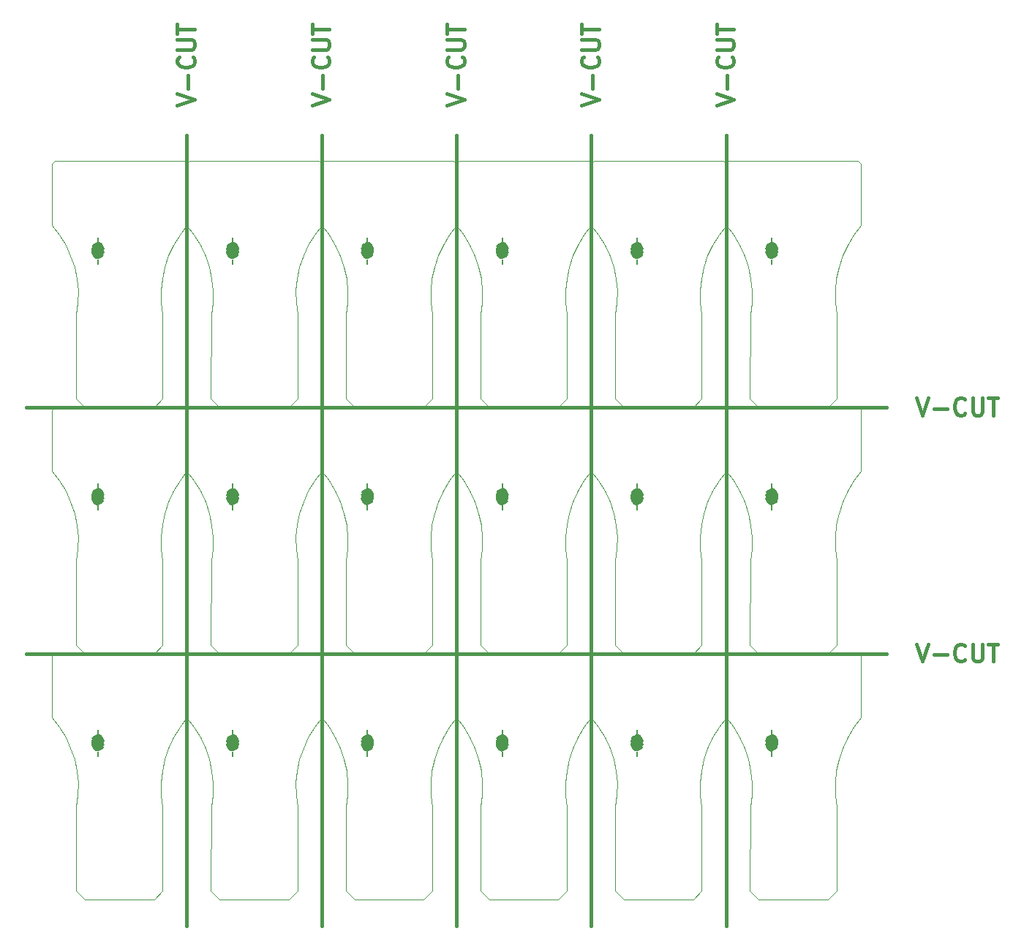
<source format=gbr>
%TF.GenerationSoftware,KiCad,Pcbnew,5.1.6-c6e7f7d~86~ubuntu18.04.1*%
%TF.CreationDate,2020-06-11T11:49:16+02:00*%
%TF.ProjectId,AVR_ISP_With_POGO_Pin_panelized,4156525f-4953-4505-9f57-6974685f504f,rev?*%
%TF.SameCoordinates,Original*%
%TF.FileFunction,Other,Comment*%
%FSLAX46Y46*%
G04 Gerber Fmt 4.6, Leading zero omitted, Abs format (unit mm)*
G04 Created by KiCad (PCBNEW 5.1.6-c6e7f7d~86~ubuntu18.04.1) date 2020-06-11 11:49:16*
%MOMM*%
%LPD*%
G01*
G04 APERTURE LIST*
%ADD10C,0.400000*%
%TA.AperFunction,Profile*%
%ADD11C,0.100000*%
%TD*%
%ADD12C,0.152400*%
%ADD13C,1.270000*%
G04 APERTURE END LIST*
D10*
X126914761Y-43548523D02*
X128914761Y-42881857D01*
X126914761Y-42215190D01*
X128152857Y-41548523D02*
X128152857Y-40024714D01*
X128724285Y-37929476D02*
X128819523Y-38024714D01*
X128914761Y-38310428D01*
X128914761Y-38500904D01*
X128819523Y-38786619D01*
X128629047Y-38977095D01*
X128438571Y-39072333D01*
X128057619Y-39167571D01*
X127771904Y-39167571D01*
X127390952Y-39072333D01*
X127200476Y-38977095D01*
X127010000Y-38786619D01*
X126914761Y-38500904D01*
X126914761Y-38310428D01*
X127010000Y-38024714D01*
X127105238Y-37929476D01*
X126914761Y-37072333D02*
X128533809Y-37072333D01*
X128724285Y-36977095D01*
X128819523Y-36881857D01*
X128914761Y-36691380D01*
X128914761Y-36310428D01*
X128819523Y-36119952D01*
X128724285Y-36024714D01*
X128533809Y-35929476D01*
X126914761Y-35929476D01*
X126914761Y-35262809D02*
X126914761Y-34119952D01*
X128914761Y-34691380D02*
X126914761Y-34691380D01*
X128010000Y-46999000D02*
X128010000Y-138501000D01*
X80114761Y-43548523D02*
X82114761Y-42881857D01*
X80114761Y-42215190D01*
X81352857Y-41548523D02*
X81352857Y-40024714D01*
X81924285Y-37929476D02*
X82019523Y-38024714D01*
X82114761Y-38310428D01*
X82114761Y-38500904D01*
X82019523Y-38786619D01*
X81829047Y-38977095D01*
X81638571Y-39072333D01*
X81257619Y-39167571D01*
X80971904Y-39167571D01*
X80590952Y-39072333D01*
X80400476Y-38977095D01*
X80210000Y-38786619D01*
X80114761Y-38500904D01*
X80114761Y-38310428D01*
X80210000Y-38024714D01*
X80305238Y-37929476D01*
X80114761Y-37072333D02*
X81733809Y-37072333D01*
X81924285Y-36977095D01*
X82019523Y-36881857D01*
X82114761Y-36691380D01*
X82114761Y-36310428D01*
X82019523Y-36119952D01*
X81924285Y-36024714D01*
X81733809Y-35929476D01*
X80114761Y-35929476D01*
X80114761Y-35262809D02*
X80114761Y-34119952D01*
X82114761Y-34691380D02*
X80114761Y-34691380D01*
X81210000Y-46999000D02*
X81210000Y-138501000D01*
X111314761Y-43548523D02*
X113314761Y-42881857D01*
X111314761Y-42215190D01*
X112552857Y-41548523D02*
X112552857Y-40024714D01*
X113124285Y-37929476D02*
X113219523Y-38024714D01*
X113314761Y-38310428D01*
X113314761Y-38500904D01*
X113219523Y-38786619D01*
X113029047Y-38977095D01*
X112838571Y-39072333D01*
X112457619Y-39167571D01*
X112171904Y-39167571D01*
X111790952Y-39072333D01*
X111600476Y-38977095D01*
X111410000Y-38786619D01*
X111314761Y-38500904D01*
X111314761Y-38310428D01*
X111410000Y-38024714D01*
X111505238Y-37929476D01*
X111314761Y-37072333D02*
X112933809Y-37072333D01*
X113124285Y-36977095D01*
X113219523Y-36881857D01*
X113314761Y-36691380D01*
X113314761Y-36310428D01*
X113219523Y-36119952D01*
X113124285Y-36024714D01*
X112933809Y-35929476D01*
X111314761Y-35929476D01*
X111314761Y-35262809D02*
X111314761Y-34119952D01*
X113314761Y-34691380D02*
X111314761Y-34691380D01*
X112410000Y-46999000D02*
X112410000Y-138501000D01*
X95714761Y-43548523D02*
X97714761Y-42881857D01*
X95714761Y-42215190D01*
X96952857Y-41548523D02*
X96952857Y-40024714D01*
X97524285Y-37929476D02*
X97619523Y-38024714D01*
X97714761Y-38310428D01*
X97714761Y-38500904D01*
X97619523Y-38786619D01*
X97429047Y-38977095D01*
X97238571Y-39072333D01*
X96857619Y-39167571D01*
X96571904Y-39167571D01*
X96190952Y-39072333D01*
X96000476Y-38977095D01*
X95810000Y-38786619D01*
X95714761Y-38500904D01*
X95714761Y-38310428D01*
X95810000Y-38024714D01*
X95905238Y-37929476D01*
X95714761Y-37072333D02*
X97333809Y-37072333D01*
X97524285Y-36977095D01*
X97619523Y-36881857D01*
X97714761Y-36691380D01*
X97714761Y-36310428D01*
X97619523Y-36119952D01*
X97524285Y-36024714D01*
X97333809Y-35929476D01*
X95714761Y-35929476D01*
X95714761Y-35262809D02*
X95714761Y-34119952D01*
X97714761Y-34691380D02*
X95714761Y-34691380D01*
X96810000Y-46999000D02*
X96810000Y-138501000D01*
X64504761Y-43548523D02*
X66504761Y-42881857D01*
X64504761Y-42215190D01*
X65742857Y-41548523D02*
X65742857Y-40024714D01*
X66314285Y-37929476D02*
X66409523Y-38024714D01*
X66504761Y-38310428D01*
X66504761Y-38500904D01*
X66409523Y-38786619D01*
X66219047Y-38977095D01*
X66028571Y-39072333D01*
X65647619Y-39167571D01*
X65361904Y-39167571D01*
X64980952Y-39072333D01*
X64790476Y-38977095D01*
X64600000Y-38786619D01*
X64504761Y-38500904D01*
X64504761Y-38310428D01*
X64600000Y-38024714D01*
X64695238Y-37929476D01*
X64504761Y-37072333D02*
X66123809Y-37072333D01*
X66314285Y-36977095D01*
X66409523Y-36881857D01*
X66504761Y-36691380D01*
X66504761Y-36310428D01*
X66409523Y-36119952D01*
X66314285Y-36024714D01*
X66123809Y-35929476D01*
X64504761Y-35929476D01*
X64504761Y-35262809D02*
X64504761Y-34119952D01*
X66504761Y-34691380D02*
X64504761Y-34691380D01*
X65600000Y-46999000D02*
X65600000Y-138501000D01*
X150068110Y-105904761D02*
X150734776Y-107904761D01*
X151401443Y-105904761D01*
X152068110Y-107142857D02*
X153591919Y-107142857D01*
X155687157Y-107714285D02*
X155591919Y-107809523D01*
X155306205Y-107904761D01*
X155115729Y-107904761D01*
X154830014Y-107809523D01*
X154639538Y-107619047D01*
X154544300Y-107428571D01*
X154449062Y-107047619D01*
X154449062Y-106761904D01*
X154544300Y-106380952D01*
X154639538Y-106190476D01*
X154830014Y-106000000D01*
X155115729Y-105904761D01*
X155306205Y-105904761D01*
X155591919Y-106000000D01*
X155687157Y-106095238D01*
X156544300Y-105904761D02*
X156544300Y-107523809D01*
X156639538Y-107714285D01*
X156734776Y-107809523D01*
X156925253Y-107904761D01*
X157306205Y-107904761D01*
X157496681Y-107809523D01*
X157591919Y-107714285D01*
X157687157Y-107523809D01*
X157687157Y-105904761D01*
X158353824Y-105904761D02*
X159496681Y-105904761D01*
X158925253Y-107904761D02*
X158925253Y-105904761D01*
X46999000Y-107000000D02*
X146617634Y-107000000D01*
X150068110Y-77404761D02*
X150734776Y-79404761D01*
X151401443Y-77404761D01*
X152068110Y-78642857D02*
X153591919Y-78642857D01*
X155687157Y-79214285D02*
X155591919Y-79309523D01*
X155306205Y-79404761D01*
X155115729Y-79404761D01*
X154830014Y-79309523D01*
X154639538Y-79119047D01*
X154544300Y-78928571D01*
X154449062Y-78547619D01*
X154449062Y-78261904D01*
X154544300Y-77880952D01*
X154639538Y-77690476D01*
X154830014Y-77500000D01*
X155115729Y-77404761D01*
X155306205Y-77404761D01*
X155591919Y-77500000D01*
X155687157Y-77595238D01*
X156544300Y-77404761D02*
X156544300Y-79023809D01*
X156639538Y-79214285D01*
X156734776Y-79309523D01*
X156925253Y-79404761D01*
X157306205Y-79404761D01*
X157496681Y-79309523D01*
X157591919Y-79214285D01*
X157687157Y-79023809D01*
X157687157Y-77404761D01*
X158353824Y-77404761D02*
X159496681Y-77404761D01*
X158925253Y-79404761D02*
X158925253Y-77404761D01*
X46999000Y-78500000D02*
X146617634Y-78500000D01*
D11*
X65601000Y-78789900D02*
X65601800Y-80846800D01*
X65300500Y-78499200D02*
X65601000Y-78789900D01*
X61802400Y-78499000D02*
X65300500Y-78499200D01*
X62801000Y-77500100D02*
X61802400Y-78499000D01*
X62801000Y-67700000D02*
X62801000Y-77500100D01*
X62632800Y-66331600D02*
X62801000Y-67700000D01*
X62617000Y-64953100D02*
X62632800Y-66331600D01*
X62753800Y-63581400D02*
X62617000Y-64953100D01*
X63041500Y-62233100D02*
X62753800Y-63581400D01*
X63476400Y-60925000D02*
X63041500Y-62233100D01*
X64053500Y-59673000D02*
X63476400Y-60925000D01*
X64765400Y-58492600D02*
X64053500Y-59673000D01*
X65601800Y-57400300D02*
X64765400Y-58492600D01*
X66446300Y-58498900D02*
X65601800Y-57400300D01*
X67162800Y-59684300D02*
X66446300Y-58498900D01*
X67742800Y-60942300D02*
X67162800Y-59684300D01*
X68178900Y-62257000D02*
X67742800Y-60942300D01*
X68465800Y-63612200D02*
X68178900Y-62257000D01*
X68599800Y-64990900D02*
X68465800Y-63612200D01*
X68579300Y-66376000D02*
X68599800Y-64990900D01*
X68404500Y-67750300D02*
X68579300Y-66376000D01*
X68381800Y-77480100D02*
X68404500Y-67750300D01*
X69400400Y-78499000D02*
X68381800Y-77480100D01*
X65902200Y-78499200D02*
X69400400Y-78499000D01*
X65601800Y-78799900D02*
X65902200Y-78499200D01*
X65601800Y-80846800D02*
X65601800Y-78799900D01*
X81203800Y-78789900D02*
X81204500Y-80606800D01*
X80903300Y-78499100D02*
X81203800Y-78789900D01*
X77405200Y-78499000D02*
X80903300Y-78499100D01*
X78403800Y-77500100D02*
X77405200Y-78499000D01*
X78403800Y-67700000D02*
X78403800Y-77500100D01*
X78235600Y-66331600D02*
X78403800Y-67700000D01*
X78219800Y-64953100D02*
X78235600Y-66331600D01*
X78356600Y-63581400D02*
X78219800Y-64953100D01*
X78644200Y-62233100D02*
X78356600Y-63581400D01*
X79079200Y-60925000D02*
X78644200Y-62233100D01*
X79656200Y-59673000D02*
X79079200Y-60925000D01*
X80368200Y-58492600D02*
X79656200Y-59673000D01*
X81204600Y-57400300D02*
X80368200Y-58492600D01*
X82049000Y-58498900D02*
X81204600Y-57400300D01*
X82765600Y-59684300D02*
X82049000Y-58498900D01*
X83345600Y-60942300D02*
X82765600Y-59684300D01*
X83781700Y-62257000D02*
X83345600Y-60942300D01*
X84068600Y-63612200D02*
X83781700Y-62257000D01*
X84202600Y-64990900D02*
X84068600Y-63612200D01*
X84182100Y-66376000D02*
X84202600Y-64990900D01*
X84007300Y-67750300D02*
X84182100Y-66376000D01*
X83984500Y-77480100D02*
X84007300Y-67750300D01*
X85003100Y-78499000D02*
X83984500Y-77480100D01*
X81505000Y-78499100D02*
X85003100Y-78499000D01*
X81204500Y-78799900D02*
X81505000Y-78499100D01*
X81204500Y-80606800D02*
X81204500Y-78799900D01*
X96806500Y-78789900D02*
X96807300Y-80811700D01*
X96506000Y-78499200D02*
X96806500Y-78789900D01*
X93007900Y-78499000D02*
X96506000Y-78499200D01*
X94006500Y-77500100D02*
X93007900Y-78499000D01*
X94006500Y-67700000D02*
X94006500Y-77500100D01*
X93838400Y-66331600D02*
X94006500Y-67700000D01*
X93822600Y-64953100D02*
X93838400Y-66331600D01*
X93959400Y-63581400D02*
X93822600Y-64953100D01*
X94247000Y-62233100D02*
X93959400Y-63581400D01*
X94682000Y-60925000D02*
X94247000Y-62233100D01*
X95259000Y-59673000D02*
X94682000Y-60925000D01*
X95970900Y-58492600D02*
X95259000Y-59673000D01*
X96807300Y-57400300D02*
X95970900Y-58492600D01*
X97651800Y-58498900D02*
X96807300Y-57400300D01*
X98368400Y-59684300D02*
X97651800Y-58498900D01*
X98948300Y-60942300D02*
X98368400Y-59684300D01*
X99384500Y-62257000D02*
X98948300Y-60942300D01*
X99671300Y-63612200D02*
X99384500Y-62257000D01*
X99805300Y-64990900D02*
X99671300Y-63612200D01*
X99784800Y-66376000D02*
X99805300Y-64990900D01*
X99610000Y-67750300D02*
X99784800Y-66376000D01*
X99587300Y-77480100D02*
X99610000Y-67750300D01*
X100605900Y-78499000D02*
X99587300Y-77480100D01*
X97107700Y-78499200D02*
X100605900Y-78499000D01*
X96807300Y-78799900D02*
X97107700Y-78499200D01*
X96807300Y-80811700D02*
X96807300Y-78799900D01*
X112409300Y-78789900D02*
X112410100Y-80830600D01*
X112108800Y-78499200D02*
X112409300Y-78789900D01*
X108610700Y-78499000D02*
X112108800Y-78499200D01*
X109609300Y-77500100D02*
X108610700Y-78499000D01*
X109609300Y-67700000D02*
X109609300Y-77500100D01*
X109441200Y-66331600D02*
X109609300Y-67700000D01*
X109425400Y-64953100D02*
X109441200Y-66331600D01*
X109562100Y-63581400D02*
X109425400Y-64953100D01*
X109849800Y-62233100D02*
X109562100Y-63581400D01*
X110284800Y-60925000D02*
X109849800Y-62233100D01*
X110861800Y-59673000D02*
X110284800Y-60925000D01*
X111573700Y-58492600D02*
X110861800Y-59673000D01*
X112410100Y-57400300D02*
X111573700Y-58492600D01*
X113254600Y-58498900D02*
X112410100Y-57400300D01*
X113971200Y-59684300D02*
X113254600Y-58498900D01*
X114551100Y-60942300D02*
X113971200Y-59684300D01*
X114987300Y-62257000D02*
X114551100Y-60942300D01*
X115274100Y-63612200D02*
X114987300Y-62257000D01*
X115408100Y-64990900D02*
X115274100Y-63612200D01*
X115387600Y-66376000D02*
X115408100Y-64990900D01*
X115212800Y-67750300D02*
X115387600Y-66376000D01*
X115190100Y-77480100D02*
X115212800Y-67750300D01*
X116208700Y-78499000D02*
X115190100Y-77480100D01*
X112710500Y-78499200D02*
X116208700Y-78499000D01*
X112410100Y-78799900D02*
X112710500Y-78499200D01*
X112410100Y-80830600D02*
X112410100Y-78799900D01*
X128012100Y-78789900D02*
X128012900Y-80849800D01*
X127711600Y-78499200D02*
X128012100Y-78789900D01*
X124213500Y-78499000D02*
X127711600Y-78499200D01*
X125212100Y-77500100D02*
X124213500Y-78499000D01*
X125212100Y-67700000D02*
X125212100Y-77500100D01*
X125043900Y-66331600D02*
X125212100Y-67700000D01*
X125028100Y-64953100D02*
X125043900Y-66331600D01*
X125164900Y-63581400D02*
X125028100Y-64953100D01*
X125452500Y-62233100D02*
X125164900Y-63581400D01*
X125887500Y-60925000D02*
X125452500Y-62233100D01*
X126464500Y-59673000D02*
X125887500Y-60925000D01*
X127176500Y-58492600D02*
X126464500Y-59673000D01*
X128012900Y-57400300D02*
X127176500Y-58492600D01*
X128857400Y-58498900D02*
X128012900Y-57400300D01*
X129573900Y-59684300D02*
X128857400Y-58498900D01*
X130153900Y-60942300D02*
X129573900Y-59684300D01*
X130590000Y-62257000D02*
X130153900Y-60942300D01*
X130876900Y-63612200D02*
X130590000Y-62257000D01*
X131010900Y-64990900D02*
X130876900Y-63612200D01*
X130990400Y-66376000D02*
X131010900Y-64990900D01*
X130815600Y-67750300D02*
X130990400Y-66376000D01*
X130792900Y-77480100D02*
X130815600Y-67750300D01*
X131811500Y-78499000D02*
X130792900Y-77480100D01*
X128313300Y-78499200D02*
X131811500Y-78499000D01*
X128012900Y-78799900D02*
X128313300Y-78499200D01*
X128012900Y-80849800D02*
X128012900Y-78799900D01*
X65601000Y-107289900D02*
X65601800Y-109346900D01*
X65300500Y-106999200D02*
X65601000Y-107289900D01*
X61802400Y-106999000D02*
X65300500Y-106999200D01*
X62801000Y-106000100D02*
X61802400Y-106999000D01*
X62801000Y-96200000D02*
X62801000Y-106000100D01*
X62632800Y-94831600D02*
X62801000Y-96200000D01*
X62617000Y-93453100D02*
X62632800Y-94831600D01*
X62753800Y-92081400D02*
X62617000Y-93453100D01*
X63041500Y-90733200D02*
X62753800Y-92081400D01*
X63476400Y-89425000D02*
X63041500Y-90733200D01*
X64053500Y-88173100D02*
X63476400Y-89425000D01*
X64765400Y-86992600D02*
X64053500Y-88173100D01*
X65601800Y-85900300D02*
X64765400Y-86992600D01*
X66446300Y-86998900D02*
X65601800Y-85900300D01*
X67162800Y-88184300D02*
X66446300Y-86998900D01*
X67742800Y-89442300D02*
X67162800Y-88184300D01*
X68178900Y-90757000D02*
X67742800Y-89442300D01*
X68465800Y-92112200D02*
X68178900Y-90757000D01*
X68599800Y-93490900D02*
X68465800Y-92112200D01*
X68579300Y-94876000D02*
X68599800Y-93490900D01*
X68404500Y-96250300D02*
X68579300Y-94876000D01*
X68381800Y-105980100D02*
X68404500Y-96250300D01*
X69400400Y-106999000D02*
X68381800Y-105980100D01*
X65902200Y-106999200D02*
X69400400Y-106999000D01*
X65601800Y-107299900D02*
X65902200Y-106999200D01*
X65601800Y-109346900D02*
X65601800Y-107299900D01*
X81203800Y-107289900D02*
X81204500Y-109106800D01*
X80903300Y-106999100D02*
X81203800Y-107289900D01*
X77405200Y-106999000D02*
X80903300Y-106999100D01*
X78403800Y-106000100D02*
X77405200Y-106999000D01*
X78403800Y-96200000D02*
X78403800Y-106000100D01*
X78235600Y-94831600D02*
X78403800Y-96200000D01*
X78219800Y-93453100D02*
X78235600Y-94831600D01*
X78356600Y-92081400D02*
X78219800Y-93453100D01*
X78644200Y-90733200D02*
X78356600Y-92081400D01*
X79079200Y-89425000D02*
X78644200Y-90733200D01*
X79656200Y-88173100D02*
X79079200Y-89425000D01*
X80368200Y-86992600D02*
X79656200Y-88173100D01*
X81204600Y-85900300D02*
X80368200Y-86992600D01*
X82049000Y-86998900D02*
X81204600Y-85900300D01*
X82765600Y-88184300D02*
X82049000Y-86998900D01*
X83345600Y-89442300D02*
X82765600Y-88184300D01*
X83781700Y-90757000D02*
X83345600Y-89442300D01*
X84068600Y-92112200D02*
X83781700Y-90757000D01*
X84202600Y-93490900D02*
X84068600Y-92112200D01*
X84182100Y-94876000D02*
X84202600Y-93490900D01*
X84007300Y-96250300D02*
X84182100Y-94876000D01*
X83984500Y-105980100D02*
X84007300Y-96250300D01*
X85003100Y-106999000D02*
X83984500Y-105980100D01*
X81505000Y-106999100D02*
X85003100Y-106999000D01*
X81204500Y-107299900D02*
X81505000Y-106999100D01*
X81204500Y-109106800D02*
X81204500Y-107299900D01*
X96806500Y-107289900D02*
X96807300Y-109311700D01*
X96506000Y-106999200D02*
X96806500Y-107289900D01*
X93007900Y-106999000D02*
X96506000Y-106999200D01*
X94006500Y-106000100D02*
X93007900Y-106999000D01*
X94006500Y-96200000D02*
X94006500Y-106000100D01*
X93838400Y-94831600D02*
X94006500Y-96200000D01*
X93822600Y-93453100D02*
X93838400Y-94831600D01*
X93959400Y-92081400D02*
X93822600Y-93453100D01*
X94247000Y-90733200D02*
X93959400Y-92081400D01*
X94682000Y-89425000D02*
X94247000Y-90733200D01*
X95259000Y-88173100D02*
X94682000Y-89425000D01*
X95970900Y-86992600D02*
X95259000Y-88173100D01*
X96807400Y-85900300D02*
X95970900Y-86992600D01*
X97651800Y-86998900D02*
X96807400Y-85900300D01*
X98368400Y-88184300D02*
X97651800Y-86998900D01*
X98948300Y-89442300D02*
X98368400Y-88184300D01*
X99384500Y-90757000D02*
X98948300Y-89442300D01*
X99671300Y-92112200D02*
X99384500Y-90757000D01*
X99805300Y-93490900D02*
X99671300Y-92112200D01*
X99784800Y-94876000D02*
X99805300Y-93490900D01*
X99610000Y-96250300D02*
X99784800Y-94876000D01*
X99587300Y-105980100D02*
X99610000Y-96250300D01*
X100605900Y-106999000D02*
X99587300Y-105980100D01*
X97107700Y-106999200D02*
X100605900Y-106999000D01*
X96807300Y-107299900D02*
X97107700Y-106999200D01*
X96807300Y-109311700D02*
X96807300Y-107299900D01*
X112409300Y-107289900D02*
X112410100Y-109330600D01*
X112108800Y-106999200D02*
X112409300Y-107289900D01*
X108610700Y-106999000D02*
X112108800Y-106999200D01*
X109609300Y-106000100D02*
X108610700Y-106999000D01*
X109609300Y-96200000D02*
X109609300Y-106000100D01*
X109441200Y-94831600D02*
X109609300Y-96200000D01*
X109425400Y-93453100D02*
X109441200Y-94831600D01*
X109562100Y-92081400D02*
X109425400Y-93453100D01*
X109849800Y-90733200D02*
X109562100Y-92081400D01*
X110284800Y-89425000D02*
X109849800Y-90733200D01*
X110861800Y-88173100D02*
X110284800Y-89425000D01*
X111573700Y-86992600D02*
X110861800Y-88173100D01*
X112410100Y-85900300D02*
X111573700Y-86992600D01*
X113254600Y-86998900D02*
X112410100Y-85900300D01*
X113971200Y-88184300D02*
X113254600Y-86998900D01*
X114551100Y-89442300D02*
X113971200Y-88184300D01*
X114987300Y-90757000D02*
X114551100Y-89442300D01*
X115274100Y-92112200D02*
X114987300Y-90757000D01*
X115408100Y-93490900D02*
X115274100Y-92112200D01*
X115387600Y-94876000D02*
X115408100Y-93490900D01*
X115212800Y-96250300D02*
X115387600Y-94876000D01*
X115190100Y-105980100D02*
X115212800Y-96250300D01*
X116208700Y-106999000D02*
X115190100Y-105980100D01*
X112710500Y-106999200D02*
X116208700Y-106999000D01*
X112410100Y-107299900D02*
X112710500Y-106999200D01*
X112410100Y-109330600D02*
X112410100Y-107299900D01*
X128012100Y-107289900D02*
X128012900Y-109349800D01*
X127711600Y-106999200D02*
X128012100Y-107289900D01*
X124213500Y-106999000D02*
X127711600Y-106999200D01*
X125212100Y-106000100D02*
X124213500Y-106999000D01*
X125212100Y-96200000D02*
X125212100Y-106000100D01*
X125043900Y-94831600D02*
X125212100Y-96200000D01*
X125028100Y-93453100D02*
X125043900Y-94831600D01*
X125164900Y-92081400D02*
X125028100Y-93453100D01*
X125452500Y-90733200D02*
X125164900Y-92081400D01*
X125887500Y-89425000D02*
X125452500Y-90733200D01*
X126464500Y-88173100D02*
X125887500Y-89425000D01*
X127176500Y-86992600D02*
X126464500Y-88173100D01*
X128012900Y-85900300D02*
X127176500Y-86992600D01*
X128857400Y-86998900D02*
X128012900Y-85900300D01*
X129573900Y-88184300D02*
X128857400Y-86998900D01*
X130153900Y-89442300D02*
X129573900Y-88184300D01*
X130590000Y-90757000D02*
X130153900Y-89442300D01*
X130876900Y-92112200D02*
X130590000Y-90757000D01*
X131010900Y-93490900D02*
X130876900Y-92112200D01*
X130990400Y-94876000D02*
X131010900Y-93490900D01*
X130815600Y-96250300D02*
X130990400Y-94876000D01*
X130792900Y-105980100D02*
X130815600Y-96250300D01*
X131811500Y-106999000D02*
X130792900Y-105980100D01*
X128313300Y-106999200D02*
X131811500Y-106999000D01*
X128012900Y-107299900D02*
X128313300Y-106999200D01*
X128012900Y-109349800D02*
X128012900Y-107299900D01*
X140814900Y-106000100D02*
X139816300Y-106999000D01*
X140814900Y-96200000D02*
X140814900Y-106000100D01*
X140646700Y-94831600D02*
X140814900Y-96200000D01*
X140630900Y-93453100D02*
X140646700Y-94831600D01*
X140767700Y-92081400D02*
X140630900Y-93453100D01*
X141055300Y-90733200D02*
X140767700Y-92081400D01*
X141490300Y-89425000D02*
X141055300Y-90733200D01*
X142067300Y-88173100D02*
X141490300Y-89425000D01*
X142779300Y-86992600D02*
X142067300Y-88173100D01*
X143617600Y-85897500D02*
X142779300Y-86992600D01*
X143614800Y-78789500D02*
X143617600Y-85897500D01*
X143314000Y-78499000D02*
X143614800Y-78789500D01*
X139816300Y-78499000D02*
X143314000Y-78499000D01*
X140814900Y-77500100D02*
X139816300Y-78499000D01*
X140814900Y-67700000D02*
X140814900Y-77500100D01*
X140646700Y-66331600D02*
X140814900Y-67700000D01*
X140630900Y-64953100D02*
X140646700Y-66331600D01*
X140767700Y-63581400D02*
X140630900Y-64953100D01*
X141055300Y-62233100D02*
X140767700Y-63581400D01*
X141490300Y-60925000D02*
X141055300Y-62233100D01*
X142067300Y-59673000D02*
X141490300Y-60925000D01*
X142779300Y-58492600D02*
X142067300Y-59673000D01*
X143617600Y-57397500D02*
X142779300Y-58492600D01*
X143614900Y-50290000D02*
X143617600Y-57397500D01*
X143314400Y-49999200D02*
X143614900Y-50290000D01*
X128313700Y-49999000D02*
X143314400Y-49999200D01*
X128012900Y-50299900D02*
X128313700Y-49999000D01*
X128012900Y-52349800D02*
X128012900Y-50299900D01*
X128012100Y-50289900D02*
X128012900Y-52349800D01*
X127711100Y-49999000D02*
X128012100Y-50289900D01*
X112710900Y-49999000D02*
X127711100Y-49999000D01*
X112410100Y-50299900D02*
X112710900Y-49999000D01*
X112410100Y-52330600D02*
X112410100Y-50299900D01*
X112409300Y-50289900D02*
X112410100Y-52330600D01*
X112108300Y-49999000D02*
X112409300Y-50289900D01*
X97108100Y-49999000D02*
X112108300Y-49999000D01*
X96807300Y-50299900D02*
X97108100Y-49999000D01*
X96807300Y-52311700D02*
X96807300Y-50299900D01*
X96806500Y-50289900D02*
X96807300Y-52311700D01*
X96505500Y-49999000D02*
X96806500Y-50289900D01*
X81505400Y-49999000D02*
X96505500Y-49999000D01*
X81204500Y-50299900D02*
X81505400Y-49999000D01*
X81204500Y-52106800D02*
X81204500Y-50299900D01*
X81203800Y-50289900D02*
X81204500Y-52106800D01*
X80902900Y-49999000D02*
X81203800Y-50289900D01*
X65902700Y-49999000D02*
X80902900Y-49999000D01*
X65601800Y-50299900D02*
X65902700Y-49999000D01*
X65601800Y-52346800D02*
X65601800Y-50299900D01*
X65601000Y-50289900D02*
X65601800Y-52346800D01*
X65300100Y-49999000D02*
X65601000Y-50289900D01*
X50300000Y-49999000D02*
X65300100Y-49999000D01*
X49999200Y-50299400D02*
X50300000Y-49999000D01*
X49999000Y-57400200D02*
X49999200Y-50299400D01*
X50843500Y-58498900D02*
X49999000Y-57400200D01*
X51560100Y-59684300D02*
X50843500Y-58498900D01*
X52140000Y-60942300D02*
X51560100Y-59684300D01*
X52576200Y-62257000D02*
X52140000Y-60942300D01*
X52863000Y-63612200D02*
X52576200Y-62257000D01*
X52997000Y-64990900D02*
X52863000Y-63612200D01*
X52976500Y-66376000D02*
X52997000Y-64990900D01*
X52801700Y-67750300D02*
X52976500Y-66376000D01*
X52779000Y-77480100D02*
X52801700Y-67750300D01*
X53797600Y-78499000D02*
X52779000Y-77480100D01*
X50299900Y-78499000D02*
X53797600Y-78499000D01*
X49999100Y-78799500D02*
X50299900Y-78499000D01*
X49999000Y-85900100D02*
X49999100Y-78799500D01*
X50843500Y-86998900D02*
X49999000Y-85900100D01*
X51560100Y-88184300D02*
X50843500Y-86998900D01*
X52140000Y-89442300D02*
X51560100Y-88184300D01*
X52576200Y-90757000D02*
X52140000Y-89442300D01*
X52863000Y-92112200D02*
X52576200Y-90757000D01*
X52997000Y-93490900D02*
X52863000Y-92112200D01*
X52976500Y-94876000D02*
X52997000Y-93490900D01*
X52801700Y-96250300D02*
X52976500Y-94876000D01*
X52779000Y-105980100D02*
X52801700Y-96250300D01*
X53797600Y-106999000D02*
X52779000Y-105980100D01*
X50299900Y-106999000D02*
X53797600Y-106999000D01*
X49999100Y-107299500D02*
X50299900Y-106999000D01*
X49999000Y-114400000D02*
X49999100Y-107299500D01*
X50843500Y-115498900D02*
X49999000Y-114400000D01*
X51560100Y-116684300D02*
X50843500Y-115498900D01*
X52140000Y-117942300D02*
X51560100Y-116684300D01*
X52576200Y-119257100D02*
X52140000Y-117942300D01*
X52863000Y-120612200D02*
X52576200Y-119257100D01*
X52997000Y-121990900D02*
X52863000Y-120612200D01*
X52976500Y-123376000D02*
X52997000Y-121990900D01*
X52801700Y-124750300D02*
X52976500Y-123376000D01*
X52779000Y-134480100D02*
X52801700Y-124750300D01*
X53799400Y-135500800D02*
X52779000Y-134480100D01*
X61800100Y-135501000D02*
X53799400Y-135500800D01*
X62800900Y-134500500D02*
X61800100Y-135501000D01*
X62801000Y-124700000D02*
X62800900Y-134500500D01*
X62632800Y-123331600D02*
X62801000Y-124700000D01*
X62617000Y-121953100D02*
X62632800Y-123331600D01*
X62753800Y-120581400D02*
X62617000Y-121953100D01*
X63041500Y-119233200D02*
X62753800Y-120581400D01*
X63476400Y-117925000D02*
X63041500Y-119233200D01*
X64053500Y-116673100D02*
X63476400Y-117925000D01*
X64765400Y-115492600D02*
X64053500Y-116673100D01*
X65601800Y-114400300D02*
X64765400Y-115492600D01*
X66446300Y-115498900D02*
X65601800Y-114400300D01*
X67162800Y-116684300D02*
X66446300Y-115498900D01*
X67742800Y-117942300D02*
X67162800Y-116684300D01*
X68178900Y-119257100D02*
X67742800Y-117942300D01*
X68465800Y-120612200D02*
X68178900Y-119257100D01*
X68599800Y-121990900D02*
X68465800Y-120612200D01*
X68579300Y-123376000D02*
X68599800Y-121990900D01*
X68404500Y-124750300D02*
X68579300Y-123376000D01*
X68381800Y-134480100D02*
X68404500Y-124750300D01*
X69402200Y-135500800D02*
X68381800Y-134480100D01*
X77402900Y-135501000D02*
X69402200Y-135500800D01*
X78403700Y-134500500D02*
X77402900Y-135501000D01*
X78403800Y-124700000D02*
X78403700Y-134500500D01*
X78235600Y-123331600D02*
X78403800Y-124700000D01*
X78219800Y-121953100D02*
X78235600Y-123331600D01*
X78356600Y-120581400D02*
X78219800Y-121953100D01*
X78644200Y-119233200D02*
X78356600Y-120581400D01*
X79079200Y-117925000D02*
X78644200Y-119233200D01*
X79656200Y-116673100D02*
X79079200Y-117925000D01*
X80368200Y-115492600D02*
X79656200Y-116673100D01*
X81204600Y-114400300D02*
X80368200Y-115492600D01*
X82049000Y-115498900D02*
X81204600Y-114400300D01*
X82765600Y-116684300D02*
X82049000Y-115498900D01*
X83345600Y-117942300D02*
X82765600Y-116684300D01*
X83781700Y-119257100D02*
X83345600Y-117942300D01*
X84068600Y-120612200D02*
X83781700Y-119257100D01*
X84202600Y-121990900D02*
X84068600Y-120612200D01*
X84182100Y-123376000D02*
X84202600Y-121990900D01*
X84007300Y-124750300D02*
X84182100Y-123376000D01*
X83984600Y-134480500D02*
X84007300Y-124750300D01*
X85005400Y-135501000D02*
X83984600Y-134480500D01*
X93006000Y-135500900D02*
X85005400Y-135501000D01*
X94006500Y-134500100D02*
X93006000Y-135500900D01*
X94006500Y-124700000D02*
X94006500Y-134500100D01*
X93838400Y-123331600D02*
X94006500Y-124700000D01*
X93822600Y-121953100D02*
X93838400Y-123331600D01*
X93959400Y-120581400D02*
X93822600Y-121953100D01*
X94247000Y-119233200D02*
X93959400Y-120581400D01*
X94682000Y-117925000D02*
X94247000Y-119233200D01*
X95259000Y-116673100D02*
X94682000Y-117925000D01*
X95970900Y-115492600D02*
X95259000Y-116673100D01*
X96807400Y-114400300D02*
X95970900Y-115492600D01*
X97651800Y-115498900D02*
X96807400Y-114400300D01*
X98368400Y-116684300D02*
X97651800Y-115498900D01*
X98948300Y-117942300D02*
X98368400Y-116684300D01*
X99384500Y-119257100D02*
X98948300Y-117942300D01*
X99671300Y-120612200D02*
X99384500Y-119257100D01*
X99805300Y-121990900D02*
X99671300Y-120612200D01*
X99784800Y-123376000D02*
X99805300Y-121990900D01*
X99610000Y-124750300D02*
X99784800Y-123376000D01*
X99587400Y-134480500D02*
X99610000Y-124750300D01*
X100608200Y-135501000D02*
X99587400Y-134480500D01*
X108608700Y-135500900D02*
X100608200Y-135501000D01*
X109609300Y-134500100D02*
X108608700Y-135500900D01*
X109609300Y-124700000D02*
X109609300Y-134500100D01*
X109441200Y-123331600D02*
X109609300Y-124700000D01*
X109425400Y-121953100D02*
X109441200Y-123331600D01*
X109562100Y-120581400D02*
X109425400Y-121953100D01*
X109849800Y-119233200D02*
X109562100Y-120581400D01*
X110284800Y-117925000D02*
X109849800Y-119233200D01*
X110861800Y-116673100D02*
X110284800Y-117925000D01*
X111573700Y-115492600D02*
X110861800Y-116673100D01*
X112410100Y-114400300D02*
X111573700Y-115492600D01*
X113254600Y-115498900D02*
X112410100Y-114400300D01*
X113971200Y-116684300D02*
X113254600Y-115498900D01*
X114551100Y-117942300D02*
X113971200Y-116684300D01*
X114987300Y-119257100D02*
X114551100Y-117942300D01*
X115274100Y-120612200D02*
X114987300Y-119257100D01*
X115408100Y-121990900D02*
X115274100Y-120612200D01*
X115387600Y-123376000D02*
X115408100Y-121990900D01*
X115212800Y-124750300D02*
X115387600Y-123376000D01*
X115190200Y-134480500D02*
X115212800Y-124750300D01*
X116211000Y-135501000D02*
X115190200Y-134480500D01*
X124211400Y-135501000D02*
X116211000Y-135501000D01*
X125212100Y-134500100D02*
X124211400Y-135501000D01*
X125212100Y-124700000D02*
X125212100Y-134500100D01*
X125043900Y-123331600D02*
X125212100Y-124700000D01*
X125028100Y-121953100D02*
X125043900Y-123331600D01*
X125164900Y-120581400D02*
X125028100Y-121953100D01*
X125452500Y-119233200D02*
X125164900Y-120581400D01*
X125887500Y-117925000D02*
X125452500Y-119233200D01*
X126464500Y-116673100D02*
X125887500Y-117925000D01*
X127176500Y-115492600D02*
X126464500Y-116673100D01*
X128012900Y-114400300D02*
X127176500Y-115492600D01*
X128857400Y-115498900D02*
X128012900Y-114400300D01*
X129573900Y-116684300D02*
X128857400Y-115498900D01*
X130153900Y-117942300D02*
X129573900Y-116684300D01*
X130590000Y-119257100D02*
X130153900Y-117942300D01*
X130876900Y-120612200D02*
X130590000Y-119257100D01*
X131010900Y-121990900D02*
X130876900Y-120612200D01*
X130990400Y-123376000D02*
X131010900Y-121990900D01*
X130815600Y-124750300D02*
X130990400Y-123376000D01*
X130793000Y-134480500D02*
X130815600Y-124750300D01*
X131813800Y-135501000D02*
X130793000Y-134480500D01*
X139814200Y-135501000D02*
X131813800Y-135501000D01*
X140814900Y-134500100D02*
X139814200Y-135501000D01*
X140814900Y-124700000D02*
X140814900Y-134500100D01*
X140646700Y-123331600D02*
X140814900Y-124700000D01*
X140630900Y-121953100D02*
X140646700Y-123331600D01*
X140767700Y-120581400D02*
X140630900Y-121953100D01*
X141055300Y-119233200D02*
X140767700Y-120581400D01*
X141490300Y-117925000D02*
X141055300Y-119233200D01*
X142067300Y-116673100D02*
X141490300Y-117925000D01*
X142779300Y-115492600D02*
X142067300Y-116673100D01*
X143617600Y-114397400D02*
X142779300Y-115492600D01*
X143614800Y-107289500D02*
X143617600Y-114397400D01*
X143314000Y-106999000D02*
X143614800Y-107289500D01*
X139816300Y-106999000D02*
X143314000Y-106999000D01*
D12*
%TO.C,JP1*%
X133313871Y-118354027D02*
X133313871Y-118862027D01*
X133313871Y-116322027D02*
X133313871Y-115814027D01*
D13*
X133186871Y-117084027D02*
G75*
G02*
X133440871Y-117084027I127000J0D01*
G01*
X133440871Y-117592027D02*
G75*
G02*
X133186871Y-117592027I-127000J0D01*
G01*
D12*
X117711097Y-118354027D02*
X117711097Y-118862027D01*
X117711097Y-116322027D02*
X117711097Y-115814027D01*
D13*
X117584097Y-117084027D02*
G75*
G02*
X117838097Y-117084027I127000J0D01*
G01*
X117838097Y-117592027D02*
G75*
G02*
X117584097Y-117592027I-127000J0D01*
G01*
D12*
X102108323Y-118354027D02*
X102108323Y-118862027D01*
X102108323Y-116322027D02*
X102108323Y-115814027D01*
D13*
X101981323Y-117084027D02*
G75*
G02*
X102235323Y-117084027I127000J0D01*
G01*
X102235323Y-117592027D02*
G75*
G02*
X101981323Y-117592027I-127000J0D01*
G01*
D12*
X86505549Y-118354027D02*
X86505549Y-118862027D01*
X86505549Y-116322027D02*
X86505549Y-115814027D01*
D13*
X86378549Y-117084027D02*
G75*
G02*
X86632549Y-117084027I127000J0D01*
G01*
X86632549Y-117592027D02*
G75*
G02*
X86378549Y-117592027I-127000J0D01*
G01*
D12*
X70902775Y-118354027D02*
X70902775Y-118862027D01*
X70902775Y-116322027D02*
X70902775Y-115814027D01*
D13*
X70775775Y-117084027D02*
G75*
G02*
X71029775Y-117084027I127000J0D01*
G01*
X71029775Y-117592027D02*
G75*
G02*
X70775775Y-117592027I-127000J0D01*
G01*
D12*
X55300001Y-118354027D02*
X55300001Y-118862027D01*
X55300001Y-116322027D02*
X55300001Y-115814027D01*
D13*
X55173001Y-117084027D02*
G75*
G02*
X55427001Y-117084027I127000J0D01*
G01*
X55427001Y-117592027D02*
G75*
G02*
X55173001Y-117592027I-127000J0D01*
G01*
D12*
X133313871Y-89854014D02*
X133313871Y-90362014D01*
X133313871Y-87822014D02*
X133313871Y-87314014D01*
D13*
X133186871Y-88584014D02*
G75*
G02*
X133440871Y-88584014I127000J0D01*
G01*
X133440871Y-89092014D02*
G75*
G02*
X133186871Y-89092014I-127000J0D01*
G01*
D12*
X117711097Y-89854014D02*
X117711097Y-90362014D01*
X117711097Y-87822014D02*
X117711097Y-87314014D01*
D13*
X117584097Y-88584014D02*
G75*
G02*
X117838097Y-88584014I127000J0D01*
G01*
X117838097Y-89092014D02*
G75*
G02*
X117584097Y-89092014I-127000J0D01*
G01*
D12*
X102108323Y-89854014D02*
X102108323Y-90362014D01*
X102108323Y-87822014D02*
X102108323Y-87314014D01*
D13*
X101981323Y-88584014D02*
G75*
G02*
X102235323Y-88584014I127000J0D01*
G01*
X102235323Y-89092014D02*
G75*
G02*
X101981323Y-89092014I-127000J0D01*
G01*
D12*
X86505549Y-89854014D02*
X86505549Y-90362014D01*
X86505549Y-87822014D02*
X86505549Y-87314014D01*
D13*
X86378549Y-88584014D02*
G75*
G02*
X86632549Y-88584014I127000J0D01*
G01*
X86632549Y-89092014D02*
G75*
G02*
X86378549Y-89092014I-127000J0D01*
G01*
D12*
X70902775Y-89854014D02*
X70902775Y-90362014D01*
X70902775Y-87822014D02*
X70902775Y-87314014D01*
D13*
X70775775Y-88584014D02*
G75*
G02*
X71029775Y-88584014I127000J0D01*
G01*
X71029775Y-89092014D02*
G75*
G02*
X70775775Y-89092014I-127000J0D01*
G01*
D12*
X55300001Y-89854014D02*
X55300001Y-90362014D01*
X55300001Y-87822014D02*
X55300001Y-87314014D01*
D13*
X55173001Y-88584014D02*
G75*
G02*
X55427001Y-88584014I127000J0D01*
G01*
X55427001Y-89092014D02*
G75*
G02*
X55173001Y-89092014I-127000J0D01*
G01*
D12*
X133313871Y-61354001D02*
X133313871Y-61862001D01*
X133313871Y-59322001D02*
X133313871Y-58814001D01*
D13*
X133186871Y-60084001D02*
G75*
G02*
X133440871Y-60084001I127000J0D01*
G01*
X133440871Y-60592001D02*
G75*
G02*
X133186871Y-60592001I-127000J0D01*
G01*
D12*
X117711097Y-61354001D02*
X117711097Y-61862001D01*
X117711097Y-59322001D02*
X117711097Y-58814001D01*
D13*
X117584097Y-60084001D02*
G75*
G02*
X117838097Y-60084001I127000J0D01*
G01*
X117838097Y-60592001D02*
G75*
G02*
X117584097Y-60592001I-127000J0D01*
G01*
D12*
X102108323Y-61354001D02*
X102108323Y-61862001D01*
X102108323Y-59322001D02*
X102108323Y-58814001D01*
D13*
X101981323Y-60084001D02*
G75*
G02*
X102235323Y-60084001I127000J0D01*
G01*
X102235323Y-60592001D02*
G75*
G02*
X101981323Y-60592001I-127000J0D01*
G01*
D12*
X86505549Y-61354001D02*
X86505549Y-61862001D01*
X86505549Y-59322001D02*
X86505549Y-58814001D01*
D13*
X86378549Y-60084001D02*
G75*
G02*
X86632549Y-60084001I127000J0D01*
G01*
X86632549Y-60592001D02*
G75*
G02*
X86378549Y-60592001I-127000J0D01*
G01*
D12*
X70902775Y-61354001D02*
X70902775Y-61862001D01*
X70902775Y-59322001D02*
X70902775Y-58814001D01*
D13*
X70775775Y-60084001D02*
G75*
G02*
X71029775Y-60084001I127000J0D01*
G01*
X71029775Y-60592001D02*
G75*
G02*
X70775775Y-60592001I-127000J0D01*
G01*
D12*
X55300001Y-61354001D02*
X55300001Y-61862001D01*
X55300001Y-59322001D02*
X55300001Y-58814001D01*
D13*
X55173001Y-60084001D02*
G75*
G02*
X55427001Y-60084001I127000J0D01*
G01*
X55427001Y-60592001D02*
G75*
G02*
X55173001Y-60592001I-127000J0D01*
G01*
%TD*%
M02*

</source>
